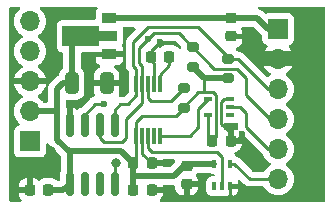
<source format=gbr>
%TF.GenerationSoftware,KiCad,Pcbnew,(7.0.0)*%
%TF.CreationDate,2023-08-01T12:49:58+01:00*%
%TF.ProjectId,TAStable,54415374-6162-46c6-952e-6b696361645f,rev?*%
%TF.SameCoordinates,Original*%
%TF.FileFunction,Copper,L1,Top*%
%TF.FilePolarity,Positive*%
%FSLAX46Y46*%
G04 Gerber Fmt 4.6, Leading zero omitted, Abs format (unit mm)*
G04 Created by KiCad (PCBNEW (7.0.0)) date 2023-08-01 12:49:58*
%MOMM*%
%LPD*%
G01*
G04 APERTURE LIST*
G04 Aperture macros list*
%AMRoundRect*
0 Rectangle with rounded corners*
0 $1 Rounding radius*
0 $2 $3 $4 $5 $6 $7 $8 $9 X,Y pos of 4 corners*
0 Add a 4 corners polygon primitive as box body*
4,1,4,$2,$3,$4,$5,$6,$7,$8,$9,$2,$3,0*
0 Add four circle primitives for the rounded corners*
1,1,$1+$1,$2,$3*
1,1,$1+$1,$4,$5*
1,1,$1+$1,$6,$7*
1,1,$1+$1,$8,$9*
0 Add four rect primitives between the rounded corners*
20,1,$1+$1,$2,$3,$4,$5,0*
20,1,$1+$1,$4,$5,$6,$7,0*
20,1,$1+$1,$6,$7,$8,$9,0*
20,1,$1+$1,$8,$9,$2,$3,0*%
%AMFreePoly0*
4,1,9,3.862500,-0.866500,0.737500,-0.866500,0.737500,-0.450000,-0.737500,-0.450000,-0.737500,0.450000,0.737500,0.450000,0.737500,0.866500,3.862500,0.866500,3.862500,-0.866500,3.862500,-0.866500,$1*%
G04 Aperture macros list end*
%TA.AperFunction,SMDPad,CuDef*%
%ADD10R,0.300000X1.400000*%
%TD*%
%TA.AperFunction,SMDPad,CuDef*%
%ADD11RoundRect,0.225000X-0.225000X-0.250000X0.225000X-0.250000X0.225000X0.250000X-0.225000X0.250000X0*%
%TD*%
%TA.AperFunction,ComponentPad*%
%ADD12R,1.700000X1.700000*%
%TD*%
%TA.AperFunction,ComponentPad*%
%ADD13O,1.700000X1.700000*%
%TD*%
%TA.AperFunction,SMDPad,CuDef*%
%ADD14RoundRect,0.200000X0.275000X-0.200000X0.275000X0.200000X-0.275000X0.200000X-0.275000X-0.200000X0*%
%TD*%
%TA.AperFunction,SMDPad,CuDef*%
%ADD15R,0.650000X0.400000*%
%TD*%
%TA.AperFunction,SMDPad,CuDef*%
%ADD16RoundRect,0.150000X0.150000X-0.825000X0.150000X0.825000X-0.150000X0.825000X-0.150000X-0.825000X0*%
%TD*%
%TA.AperFunction,SMDPad,CuDef*%
%ADD17RoundRect,0.225000X0.225000X0.250000X-0.225000X0.250000X-0.225000X-0.250000X0.225000X-0.250000X0*%
%TD*%
%TA.AperFunction,SMDPad,CuDef*%
%ADD18RoundRect,0.250000X-0.325000X-0.650000X0.325000X-0.650000X0.325000X0.650000X-0.325000X0.650000X0*%
%TD*%
%TA.AperFunction,SMDPad,CuDef*%
%ADD19R,0.400000X0.650000*%
%TD*%
%TA.AperFunction,SMDPad,CuDef*%
%ADD20R,1.300000X0.900000*%
%TD*%
%TA.AperFunction,SMDPad,CuDef*%
%ADD21FreePoly0,180.000000*%
%TD*%
%TA.AperFunction,SMDPad,CuDef*%
%ADD22RoundRect,0.225000X-0.250000X0.225000X-0.250000X-0.225000X0.250000X-0.225000X0.250000X0.225000X0*%
%TD*%
%TA.AperFunction,ViaPad*%
%ADD23C,0.600000*%
%TD*%
%TA.AperFunction,ViaPad*%
%ADD24C,0.800000*%
%TD*%
%TA.AperFunction,Conductor*%
%ADD25C,0.250000*%
%TD*%
%TA.AperFunction,Conductor*%
%ADD26C,0.500000*%
%TD*%
%TA.AperFunction,Conductor*%
%ADD27C,0.254000*%
%TD*%
%TA.AperFunction,Conductor*%
%ADD28C,0.508000*%
%TD*%
G04 APERTURE END LIST*
D10*
%TO.P,U2,1,VD*%
%TO.N,+3.3V*%
X129249999Y-102699999D03*
%TO.P,U2,2,GND*%
%TO.N,GND*%
X129749999Y-102699999D03*
%TO.P,U2,3,CLK_OUT*%
%TO.N,Net-(U2-CLK_OUT)*%
X130249999Y-102699999D03*
%TO.P,U2,4,AUX_OUT*%
%TO.N,unconnected-(U2-AUX_OUT-Pad4)*%
X130749999Y-102699999D03*
%TO.P,U2,5,CLK_IN*%
%TO.N,Net-(U2-CLK_IN)*%
X131249999Y-102699999D03*
%TO.P,U2,6,XTO*%
%TO.N,Net-(U2-XTO)*%
X131249999Y-98299999D03*
%TO.P,U2,7,XTI/REF_CLK*%
%TO.N,GND*%
X130749999Y-98299999D03*
%TO.P,U2,8,AD0/~{CS}*%
%TO.N,Net-(U2-AD0{slash}~{CS})*%
X130249999Y-98299999D03*
%TO.P,U2,9,SCL/CCLK*%
%TO.N,/I2C_SCL*%
X129749999Y-98299999D03*
%TO.P,U2,10,SDA/CDIN*%
%TO.N,/I2C_SDA*%
X129249999Y-98299999D03*
%TD*%
D11*
%TO.P,C4,1*%
%TO.N,+3.3V*%
X135675000Y-103100000D03*
%TO.P,C4,2*%
%TO.N,GND*%
X137225000Y-103100000D03*
%TD*%
D12*
%TO.P,J1,1,Pin_1*%
%TO.N,+5V*%
X141249999Y-93649999D03*
D13*
%TO.P,J1,2,Pin_2*%
%TO.N,GND*%
X141249999Y-96189999D03*
%TO.P,J1,3,Pin_3*%
%TO.N,/I2C_SDA*%
X141249999Y-98729999D03*
%TO.P,J1,4,Pin_4*%
%TO.N,/I2C_SCL*%
X141249999Y-101269999D03*
%TO.P,J1,5,Pin_5*%
%TO.N,/21MHz_IN*%
X141249999Y-103809999D03*
%TO.P,J1,6,Pin_6*%
%TO.N,Net-(J1-Pin_6)*%
X141249999Y-106349999D03*
%TD*%
D14*
%TO.P,R3,1*%
%TO.N,+3.3V*%
X133250000Y-100325000D03*
%TO.P,R3,2*%
%TO.N,Net-(U2-AD0{slash}~{CS})*%
X133250000Y-98675000D03*
%TD*%
D15*
%TO.P,U3,1*%
%TO.N,N/C*%
X137199999Y-100899999D03*
%TO.P,U3,2*%
%TO.N,/21MHz_IN*%
X137199999Y-100249999D03*
%TO.P,U3,3,GND*%
%TO.N,GND*%
X137199999Y-99599999D03*
%TO.P,U3,4*%
%TO.N,Net-(U2-CLK_IN)*%
X135299999Y-99599999D03*
%TO.P,U3,5,VCC*%
%TO.N,+3.3V*%
X135299999Y-100899999D03*
%TD*%
D16*
%TO.P,U4,1,VDD*%
%TO.N,+3.3V*%
X123595000Y-106725000D03*
%TO.P,U4,2,RA5*%
%TO.N,unconnected-(U4-RA5-Pad2)*%
X124865000Y-106725000D03*
%TO.P,U4,3,RA4*%
%TO.N,unconnected-(U4-RA4-Pad3)*%
X126135000Y-106725000D03*
%TO.P,U4,4,RA3*%
%TO.N,/MCLR*%
X127405000Y-106725000D03*
%TO.P,U4,5,RA2*%
%TO.N,/I2C_SDA*%
X127405000Y-101775000D03*
%TO.P,U4,6,RA1*%
%TO.N,/I2C_SCL*%
X126135000Y-101775000D03*
%TO.P,U4,7,RA0*%
%TO.N,/ICSPDAT*%
X124865000Y-101775000D03*
%TO.P,U4,8,VSS*%
%TO.N,GND*%
X123595000Y-101775000D03*
%TD*%
D17*
%TO.P,C8,1*%
%TO.N,+3.3V*%
X121775000Y-107250000D03*
%TO.P,C8,2*%
%TO.N,GND*%
X120225000Y-107250000D03*
%TD*%
D14*
%TO.P,R2,1*%
%TO.N,+3.3V*%
X134000000Y-96825000D03*
%TO.P,R2,2*%
%TO.N,/I2C_SCL*%
X134000000Y-95175000D03*
%TD*%
%TO.P,R1,1*%
%TO.N,+3.3V*%
X137000000Y-97825000D03*
%TO.P,R1,2*%
%TO.N,/I2C_SDA*%
X137000000Y-96175000D03*
%TD*%
D11*
%TO.P,C2,1*%
%TO.N,+3.3V*%
X128975000Y-105000000D03*
%TO.P,C2,2*%
%TO.N,GND*%
X130525000Y-105000000D03*
%TD*%
D18*
%TO.P,C6,1*%
%TO.N,+3.3V*%
X123775000Y-98250000D03*
%TO.P,C6,2*%
%TO.N,GND*%
X126725000Y-98250000D03*
%TD*%
D11*
%TO.P,C1,1*%
%TO.N,GND*%
X130475000Y-96000000D03*
%TO.P,C1,2*%
%TO.N,Net-(U2-XTO)*%
X132025000Y-96000000D03*
%TD*%
D19*
%TO.P,U1,1*%
%TO.N,N/C*%
X135849999Y-106949999D03*
%TO.P,U1,2*%
%TO.N,Net-(U2-CLK_OUT)*%
X136499999Y-106949999D03*
%TO.P,U1,3,GND*%
%TO.N,GND*%
X137149999Y-106949999D03*
%TO.P,U1,4*%
%TO.N,Net-(J1-Pin_6)*%
X137149999Y-105049999D03*
%TO.P,U1,5,VCC*%
%TO.N,+3.3V*%
X135849999Y-105049999D03*
%TD*%
D20*
%TO.P,U6,1,GND*%
%TO.N,GND*%
X126949999Y-95749999D03*
D21*
%TO.P,U6,2,VO*%
%TO.N,+3.3V*%
X126862500Y-94250000D03*
D20*
%TO.P,U6,3,VI*%
%TO.N,+5V*%
X126949999Y-92749999D03*
%TD*%
D22*
%TO.P,C5,1*%
%TO.N,+5V*%
X137250000Y-92725000D03*
%TO.P,C5,2*%
%TO.N,GND*%
X137250000Y-94275000D03*
%TD*%
D12*
%TO.P,J2,1,Pin_1*%
%TO.N,/MCLR*%
X120249999Y-103159999D03*
D13*
%TO.P,J2,2,Pin_2*%
%TO.N,+3.3V*%
X120249999Y-100619999D03*
%TO.P,J2,3,Pin_3*%
%TO.N,GND*%
X120249999Y-98079999D03*
%TO.P,J2,4,Pin_4*%
%TO.N,/ICSPDAT*%
X120249999Y-95539999D03*
%TO.P,J2,5,Pin_5*%
%TO.N,/I2C_SCL*%
X120249999Y-92999999D03*
%TD*%
D11*
%TO.P,C7,1*%
%TO.N,+3.3V*%
X128975000Y-107250000D03*
%TO.P,C7,2*%
%TO.N,GND*%
X130525000Y-107250000D03*
%TD*%
D22*
%TO.P,C3,1*%
%TO.N,+3.3V*%
X133500000Y-105225000D03*
%TO.P,C3,2*%
%TO.N,GND*%
X133500000Y-106775000D03*
%TD*%
D23*
%TO.N,GND*%
X131250000Y-94750000D03*
X132000000Y-105000000D03*
D24*
X128133942Y-98133544D03*
D23*
X138250000Y-107750000D03*
X128750000Y-93750000D03*
X132000000Y-107250000D03*
D24*
X125250000Y-96500000D03*
X122000000Y-104000000D03*
D23*
X122250000Y-92750000D03*
D24*
X120500000Y-105750000D03*
D23*
X138220911Y-102529089D03*
%TO.N,/I2C_SCL*%
X130250000Y-94500000D03*
D24*
%TO.N,/MCLR*%
X127500000Y-105000000D03*
D23*
%TO.N,/ICSPDAT*%
X126500000Y-100000000D03*
%TD*%
D25*
%TO.N,GND*%
X137150000Y-107650000D02*
X137250000Y-107750000D01*
X137150000Y-106950000D02*
X137150000Y-107650000D01*
D26*
%TO.N,+3.3V*%
X122380000Y-100620000D02*
X122500000Y-100500000D01*
X120250000Y-100620000D02*
X122380000Y-100620000D01*
X122500000Y-98750000D02*
X122500000Y-100500000D01*
X122500000Y-100500000D02*
X122500000Y-103000000D01*
X123000000Y-98250000D02*
X122500000Y-98750000D01*
X123775000Y-98250000D02*
X123000000Y-98250000D01*
X122500000Y-103000000D02*
X123595000Y-104095000D01*
D25*
%TO.N,/I2C_SCL*%
X138500000Y-99221250D02*
X140548750Y-101270000D01*
X135825000Y-97000000D02*
X137750000Y-97000000D01*
X140548750Y-101270000D02*
X141250000Y-101270000D01*
X132825000Y-94000000D02*
X135825000Y-97000000D01*
X138500000Y-97750000D02*
X138500000Y-99221250D01*
X130750000Y-94000000D02*
X132825000Y-94000000D01*
X130250000Y-94500000D02*
X130750000Y-94000000D01*
X137750000Y-97000000D02*
X138500000Y-97750000D01*
D27*
%TO.N,+3.3V*%
X134500000Y-99000000D02*
X133250000Y-100250000D01*
D26*
X128975000Y-106000000D02*
X129050000Y-106075000D01*
X134000000Y-96825000D02*
X135000000Y-97825000D01*
X124500000Y-94250000D02*
X123775000Y-94975000D01*
X126862500Y-94250000D02*
X124500000Y-94250000D01*
D27*
X135996000Y-99246000D02*
X135750000Y-99000000D01*
D25*
X132575000Y-101000000D02*
X129750000Y-101000000D01*
D26*
X128975000Y-105000000D02*
X128975000Y-105500000D01*
X133450000Y-105050000D02*
X135850000Y-105050000D01*
X123070000Y-107250000D02*
X123595000Y-106725000D01*
X123595000Y-104095000D02*
X123690000Y-104000000D01*
D25*
X129750000Y-101000000D02*
X129250000Y-101500000D01*
X129250000Y-101500000D02*
X129250000Y-105225000D01*
D26*
X121775000Y-107250000D02*
X123070000Y-107250000D01*
D27*
X135996000Y-102779000D02*
X135996000Y-99246000D01*
X135675000Y-103100000D02*
X135300000Y-102725000D01*
X135000000Y-99000000D02*
X135000000Y-97825000D01*
X133250000Y-100250000D02*
X133250000Y-100325000D01*
D26*
X123595000Y-104095000D02*
X123595000Y-104905000D01*
X132425000Y-106075000D02*
X133450000Y-105050000D01*
D27*
X135675000Y-103100000D02*
X135996000Y-102779000D01*
X135300000Y-102725000D02*
X135300000Y-100900000D01*
X135000000Y-99000000D02*
X134500000Y-99000000D01*
D25*
X133250000Y-100325000D02*
X132575000Y-101000000D01*
D26*
X128975000Y-107250000D02*
X128975000Y-106000000D01*
D25*
X129250000Y-105225000D02*
X128975000Y-105500000D01*
D26*
X128975000Y-106000000D02*
X128975000Y-105500000D01*
X135000000Y-97825000D02*
X137000000Y-97825000D01*
X123775000Y-94975000D02*
X123775000Y-98250000D01*
X129050000Y-106075000D02*
X132425000Y-106075000D01*
X127975000Y-104000000D02*
X128975000Y-105000000D01*
X123595000Y-106725000D02*
X123595000Y-104905000D01*
X123690000Y-104000000D02*
X127975000Y-104000000D01*
D27*
X135750000Y-99000000D02*
X135000000Y-99000000D01*
%TO.N,GND*%
X137650000Y-103100000D02*
X137225000Y-103100000D01*
X138220911Y-102529089D02*
X137650000Y-103100000D01*
D28*
X141277500Y-96190000D02*
X140967500Y-96500000D01*
X142717500Y-96500000D02*
X141717500Y-96500000D01*
D25*
X132000000Y-105000000D02*
X130525000Y-105000000D01*
D27*
X137225000Y-102475000D02*
X137225000Y-103100000D01*
D25*
X129750000Y-102700000D02*
X129750000Y-104225000D01*
D28*
X141342500Y-96190000D02*
X141342500Y-96125000D01*
D27*
X137200000Y-99600000D02*
X136671000Y-99600000D01*
X130750000Y-96525000D02*
X130750000Y-98300000D01*
X131250000Y-94750000D02*
X130475000Y-95525000D01*
D28*
X140967500Y-95750000D02*
X139967500Y-95750000D01*
D27*
X136450000Y-101700000D02*
X137225000Y-102475000D01*
D28*
X141342500Y-96125000D02*
X140967500Y-95750000D01*
X140967500Y-96500000D02*
X139967500Y-96500000D01*
D25*
X129750000Y-104225000D02*
X130525000Y-105000000D01*
D27*
X136671000Y-99600000D02*
X136450000Y-99821000D01*
D28*
X142717500Y-95750000D02*
X141717500Y-95750000D01*
D27*
X130475000Y-95525000D02*
X130475000Y-96250000D01*
D28*
X141342500Y-96190000D02*
X141277500Y-96190000D01*
D27*
X130475000Y-96250000D02*
X130750000Y-96525000D01*
X136450000Y-99821000D02*
X136450000Y-101700000D01*
%TO.N,Net-(U2-CLK_OUT)*%
X130250000Y-102700000D02*
X130250000Y-103704000D01*
X136050000Y-104050000D02*
X136500000Y-104500000D01*
X130596000Y-104050000D02*
X136050000Y-104050000D01*
X130250000Y-103704000D02*
X130596000Y-104050000D01*
X136500000Y-104500000D02*
X136500000Y-106950000D01*
%TO.N,Net-(U2-CLK_IN)*%
X134500000Y-100400000D02*
X134500000Y-101950000D01*
X133750000Y-102700000D02*
X131250000Y-102700000D01*
X134500000Y-101950000D02*
X133750000Y-102700000D01*
X135300000Y-99600000D02*
X134500000Y-100400000D01*
%TO.N,Net-(U2-XTO)*%
X132025000Y-96725000D02*
X131250000Y-97500000D01*
X131250000Y-97500000D02*
X131250000Y-98300000D01*
X132025000Y-96250000D02*
X132025000Y-96725000D01*
%TO.N,Net-(U2-AD0{slash}~{CS})*%
X130250000Y-99500000D02*
X130250000Y-98300000D01*
X130500000Y-99750000D02*
X130250000Y-99500000D01*
X132175000Y-99750000D02*
X130500000Y-99750000D01*
X133250000Y-98675000D02*
X132175000Y-99750000D01*
D25*
%TO.N,/I2C_SDA*%
X140005000Y-98350000D02*
X140375000Y-98720000D01*
D27*
X130250000Y-93500000D02*
X134500000Y-93500000D01*
X127405000Y-100470000D02*
X127875000Y-100000000D01*
X127405000Y-101775000D02*
X127405000Y-100470000D01*
X129000000Y-96750000D02*
X129000000Y-94750000D01*
X127875000Y-100000000D02*
X128500000Y-100000000D01*
X129250000Y-97000000D02*
X129000000Y-96750000D01*
X129000000Y-94750000D02*
X130250000Y-93500000D01*
X129250000Y-99250000D02*
X129250000Y-97000000D01*
X134500000Y-93500000D02*
X137250000Y-96250000D01*
X140375000Y-98730000D02*
X137820000Y-96175000D01*
X137820000Y-96175000D02*
X137000000Y-96175000D01*
X128500000Y-100000000D02*
X129250000Y-99250000D01*
%TO.N,/21MHz_IN*%
X137750000Y-100250000D02*
X137200000Y-100250000D01*
D25*
X138500000Y-101925000D02*
X138500000Y-100750000D01*
X138000000Y-100250000D02*
X137750000Y-100250000D01*
X138500000Y-100750000D02*
X138000000Y-100250000D01*
X140375000Y-103800000D02*
X138500000Y-101925000D01*
%TO.N,/I2C_SCL*%
X129750000Y-98300000D02*
X129750000Y-99875000D01*
X128000000Y-103250000D02*
X126500000Y-103250000D01*
X130250000Y-94500000D02*
X129500000Y-95250000D01*
X129500000Y-95250000D02*
X129500000Y-96500000D01*
X126135000Y-102885000D02*
X126135000Y-101775000D01*
X128396838Y-101228162D02*
X128396838Y-102853162D01*
X128396838Y-102853162D02*
X128000000Y-103250000D01*
X129500000Y-96500000D02*
X129750000Y-96750000D01*
X126500000Y-103250000D02*
X126135000Y-102885000D01*
X129750000Y-99875000D02*
X128396838Y-101228162D01*
X129750000Y-96750000D02*
X129750000Y-98300000D01*
D27*
%TO.N,Net-(J1-Pin_6)*%
X139890000Y-106340000D02*
X140375000Y-106340000D01*
D25*
X137150000Y-105050000D02*
X137550000Y-105050000D01*
X137550000Y-105050000D02*
X138850000Y-106350000D01*
X138850000Y-106350000D02*
X140375000Y-106350000D01*
D26*
%TO.N,+5V*%
X137225000Y-92750000D02*
X126950000Y-92750000D01*
X139460000Y-92725000D02*
X140375000Y-93640000D01*
X137250000Y-92725000D02*
X137225000Y-92750000D01*
X137250000Y-92725000D02*
X139460000Y-92725000D01*
D25*
%TO.N,/MCLR*%
X127405000Y-106725000D02*
X127405000Y-105095000D01*
X127405000Y-105095000D02*
X127500000Y-105000000D01*
D27*
%TO.N,/ICSPDAT*%
X124865000Y-100885000D02*
X124865000Y-101775000D01*
X125750000Y-100000000D02*
X124865000Y-100885000D01*
X126500000Y-100000000D02*
X125750000Y-100000000D01*
%TD*%
%TA.AperFunction,Conductor*%
%TO.N,GND*%
G36*
X145187500Y-91767113D02*
G01*
X145232887Y-91812500D01*
X145249500Y-91874500D01*
X145249500Y-108125500D01*
X145232887Y-108187500D01*
X145187500Y-108232887D01*
X145125500Y-108249500D01*
X131325167Y-108249500D01*
X131268872Y-108235985D01*
X131224849Y-108198385D01*
X131202694Y-108144898D01*
X131207236Y-108087182D01*
X131237486Y-108037819D01*
X131317462Y-107957842D01*
X131326367Y-107946580D01*
X131407753Y-107814633D01*
X131413819Y-107801625D01*
X131462727Y-107654030D01*
X131465543Y-107640874D01*
X131474680Y-107551444D01*
X131475000Y-107545168D01*
X131475000Y-107516326D01*
X131471549Y-107503450D01*
X131458674Y-107500000D01*
X130399000Y-107500000D01*
X130337000Y-107483387D01*
X130291613Y-107438000D01*
X130275000Y-107376000D01*
X130275000Y-107124000D01*
X130291613Y-107062000D01*
X130337000Y-107016613D01*
X130399000Y-107000000D01*
X131458673Y-107000000D01*
X131471548Y-106996549D01*
X131474999Y-106983674D01*
X131474999Y-106951686D01*
X131475963Y-106951686D01*
X131489466Y-106891167D01*
X131535081Y-106843177D01*
X131598888Y-106825500D01*
X132361293Y-106825500D01*
X132379264Y-106826809D01*
X132385111Y-106827665D01*
X132403023Y-106830289D01*
X132406317Y-106830000D01*
X132465066Y-106847275D01*
X132508981Y-106892484D01*
X132525000Y-106953442D01*
X132525000Y-107045164D01*
X132525321Y-107051447D01*
X132534455Y-107140867D01*
X132537274Y-107154036D01*
X132586180Y-107301625D01*
X132592246Y-107314633D01*
X132673632Y-107446580D01*
X132682537Y-107457842D01*
X132792157Y-107567462D01*
X132803419Y-107576367D01*
X132935366Y-107657753D01*
X132948374Y-107663819D01*
X133095969Y-107712727D01*
X133109125Y-107715543D01*
X133198555Y-107724680D01*
X133204832Y-107725000D01*
X133233674Y-107725000D01*
X133246549Y-107721549D01*
X133250000Y-107708674D01*
X133250000Y-107708673D01*
X133750000Y-107708673D01*
X133753450Y-107721548D01*
X133766326Y-107724999D01*
X133795165Y-107724999D01*
X133801447Y-107724678D01*
X133890867Y-107715544D01*
X133904036Y-107712725D01*
X134051625Y-107663819D01*
X134064633Y-107657753D01*
X134196580Y-107576367D01*
X134207842Y-107567462D01*
X134317462Y-107457842D01*
X134326367Y-107446580D01*
X134407753Y-107314633D01*
X134413819Y-107301625D01*
X134462727Y-107154030D01*
X134465543Y-107140874D01*
X134474680Y-107051444D01*
X134475000Y-107045168D01*
X134475000Y-107041326D01*
X134471549Y-107028450D01*
X134458674Y-107025000D01*
X133766326Y-107025000D01*
X133753450Y-107028450D01*
X133750000Y-107041326D01*
X133750000Y-107708673D01*
X133250000Y-107708673D01*
X133250000Y-106649000D01*
X133266613Y-106587000D01*
X133312000Y-106541613D01*
X133374000Y-106525000D01*
X134458673Y-106525000D01*
X134471548Y-106521549D01*
X134474999Y-106508674D01*
X134474999Y-106504835D01*
X134474678Y-106498552D01*
X134465544Y-106409132D01*
X134462725Y-106395963D01*
X134413819Y-106248374D01*
X134407753Y-106235366D01*
X134326367Y-106103419D01*
X134317462Y-106092157D01*
X134313339Y-106088034D01*
X134281244Y-106032442D01*
X134281247Y-105968251D01*
X134313346Y-105912665D01*
X134322968Y-105903044D01*
X134349886Y-105859402D01*
X134394993Y-105816223D01*
X134455425Y-105800500D01*
X135345147Y-105800500D01*
X135402930Y-105815248D01*
X135407669Y-105818796D01*
X135415975Y-105821893D01*
X135415977Y-105821895D01*
X135455809Y-105836751D01*
X135542517Y-105869091D01*
X135602127Y-105875500D01*
X135748500Y-105875499D01*
X135810500Y-105892112D01*
X135855887Y-105937499D01*
X135872500Y-105999499D01*
X135872500Y-106000500D01*
X135855887Y-106062500D01*
X135810500Y-106107887D01*
X135748501Y-106124500D01*
X135605439Y-106124500D01*
X135605420Y-106124500D01*
X135602128Y-106124501D01*
X135598850Y-106124853D01*
X135598838Y-106124854D01*
X135550231Y-106130079D01*
X135550225Y-106130080D01*
X135542517Y-106130909D01*
X135535252Y-106133618D01*
X135535246Y-106133620D01*
X135415980Y-106178104D01*
X135415978Y-106178104D01*
X135407669Y-106181204D01*
X135400572Y-106186516D01*
X135400568Y-106186519D01*
X135299550Y-106262141D01*
X135299546Y-106262144D01*
X135292454Y-106267454D01*
X135287144Y-106274546D01*
X135287141Y-106274550D01*
X135211519Y-106375568D01*
X135211516Y-106375572D01*
X135206204Y-106382669D01*
X135203104Y-106390978D01*
X135203104Y-106390980D01*
X135158620Y-106510247D01*
X135158619Y-106510250D01*
X135155909Y-106517517D01*
X135155079Y-106525227D01*
X135155079Y-106525232D01*
X135149855Y-106573819D01*
X135149854Y-106573831D01*
X135149500Y-106577127D01*
X135149500Y-106580448D01*
X135149500Y-106580449D01*
X135149500Y-107319560D01*
X135149500Y-107319578D01*
X135149501Y-107322872D01*
X135149853Y-107326150D01*
X135149854Y-107326161D01*
X135155079Y-107374768D01*
X135155080Y-107374773D01*
X135155909Y-107382483D01*
X135158619Y-107389749D01*
X135158620Y-107389753D01*
X135184016Y-107457842D01*
X135206204Y-107517331D01*
X135211518Y-107524430D01*
X135211519Y-107524431D01*
X135284269Y-107621613D01*
X135292454Y-107632546D01*
X135407669Y-107718796D01*
X135542517Y-107769091D01*
X135602127Y-107775500D01*
X136097872Y-107775499D01*
X136157483Y-107769091D01*
X136157655Y-107770698D01*
X136192344Y-107770697D01*
X136192517Y-107769091D01*
X136252127Y-107775500D01*
X136747872Y-107775499D01*
X136807483Y-107769091D01*
X136807628Y-107770440D01*
X136842425Y-107770440D01*
X136842624Y-107768598D01*
X136898885Y-107774646D01*
X136905482Y-107775000D01*
X136933674Y-107775000D01*
X136946550Y-107771549D01*
X136954183Y-107743063D01*
X136971267Y-107705653D01*
X136999647Y-107675889D01*
X137057546Y-107632546D01*
X137126733Y-107540123D01*
X137174489Y-107501640D01*
X137234846Y-107490751D01*
X137293040Y-107510120D01*
X137334832Y-107555008D01*
X137350000Y-107614435D01*
X137350000Y-107758674D01*
X137353450Y-107771549D01*
X137366326Y-107775000D01*
X137394518Y-107775000D01*
X137401114Y-107774646D01*
X137449667Y-107769426D01*
X137464641Y-107765888D01*
X137583777Y-107721452D01*
X137599189Y-107713037D01*
X137700092Y-107637501D01*
X137712501Y-107625092D01*
X137788037Y-107524189D01*
X137796452Y-107508777D01*
X137840888Y-107389641D01*
X137844426Y-107374667D01*
X137849646Y-107326114D01*
X137850000Y-107319518D01*
X137850000Y-107166326D01*
X137846549Y-107153450D01*
X137833674Y-107150000D01*
X137366323Y-107150000D01*
X137356588Y-107152608D01*
X137300305Y-107154449D01*
X137249011Y-107131206D01*
X137213286Y-107087675D01*
X137200499Y-107032834D01*
X137200499Y-106873998D01*
X137217112Y-106812000D01*
X137262499Y-106766613D01*
X137324499Y-106750000D01*
X137833674Y-106750000D01*
X137846549Y-106746549D01*
X137850000Y-106733674D01*
X137850000Y-106580482D01*
X137849646Y-106573874D01*
X137846305Y-106542804D01*
X137854696Y-106482914D01*
X137890416Y-106434116D01*
X137944968Y-106408016D01*
X138005377Y-106410821D01*
X138057275Y-106441865D01*
X138352707Y-106737297D01*
X138360156Y-106745483D01*
X138364214Y-106751877D01*
X138369899Y-106757215D01*
X138369901Y-106757218D01*
X138413239Y-106797915D01*
X138416035Y-106800625D01*
X138435530Y-106820120D01*
X138438615Y-106822513D01*
X138438701Y-106822580D01*
X138447573Y-106830158D01*
X138479418Y-106860062D01*
X138486248Y-106863817D01*
X138486251Y-106863819D01*
X138496971Y-106869712D01*
X138513222Y-106880386D01*
X138529064Y-106892674D01*
X138536221Y-106895771D01*
X138536223Y-106895772D01*
X138569155Y-106910022D01*
X138579650Y-106915164D01*
X138617908Y-106936197D01*
X138637312Y-106941179D01*
X138655714Y-106947480D01*
X138665363Y-106951655D01*
X138674105Y-106955438D01*
X138711697Y-106961391D01*
X138717239Y-106962269D01*
X138728682Y-106964639D01*
X138763425Y-106973560D01*
X138763426Y-106973560D01*
X138770981Y-106975500D01*
X138791017Y-106975500D01*
X138810402Y-106977025D01*
X138830196Y-106980160D01*
X138868276Y-106976560D01*
X138873676Y-106976050D01*
X138885345Y-106975500D01*
X139974772Y-106975500D01*
X140032029Y-106989511D01*
X140076347Y-107028376D01*
X140208399Y-107216966D01*
X140208402Y-107216970D01*
X140211505Y-107221401D01*
X140378599Y-107388495D01*
X140572170Y-107524035D01*
X140786337Y-107623903D01*
X140791567Y-107625304D01*
X140791569Y-107625305D01*
X140833619Y-107636572D01*
X141014592Y-107685063D01*
X141250000Y-107705659D01*
X141485408Y-107685063D01*
X141713663Y-107623903D01*
X141927830Y-107524035D01*
X142121401Y-107388495D01*
X142288495Y-107221401D01*
X142424035Y-107027830D01*
X142523903Y-106813663D01*
X142585063Y-106585408D01*
X142605659Y-106350000D01*
X142585063Y-106114592D01*
X142523903Y-105886337D01*
X142424035Y-105672171D01*
X142288495Y-105478599D01*
X142121401Y-105311505D01*
X142116968Y-105308401D01*
X142116961Y-105308395D01*
X141935842Y-105181575D01*
X141896976Y-105137257D01*
X141882965Y-105080000D01*
X141896976Y-105022743D01*
X141935842Y-104978425D01*
X142116961Y-104851604D01*
X142116961Y-104851603D01*
X142121401Y-104848495D01*
X142288495Y-104681401D01*
X142424035Y-104487830D01*
X142523903Y-104273663D01*
X142585063Y-104045408D01*
X142605659Y-103810000D01*
X142585063Y-103574592D01*
X142523903Y-103346337D01*
X142424035Y-103132171D01*
X142288495Y-102938599D01*
X142121401Y-102771505D01*
X142116968Y-102768401D01*
X142116961Y-102768395D01*
X141935842Y-102641575D01*
X141896976Y-102597257D01*
X141882965Y-102540000D01*
X141896976Y-102482743D01*
X141935842Y-102438425D01*
X142116961Y-102311604D01*
X142116961Y-102311603D01*
X142121401Y-102308495D01*
X142288495Y-102141401D01*
X142424035Y-101947830D01*
X142523903Y-101733663D01*
X142585063Y-101505408D01*
X142605659Y-101270000D01*
X142585063Y-101034592D01*
X142534914Y-100847431D01*
X142525305Y-100811569D01*
X142525304Y-100811567D01*
X142523903Y-100806337D01*
X142424035Y-100592171D01*
X142288495Y-100398599D01*
X142121401Y-100231505D01*
X142116968Y-100228401D01*
X142116961Y-100228395D01*
X141935842Y-100101575D01*
X141896976Y-100057257D01*
X141882965Y-100000000D01*
X141896976Y-99942743D01*
X141935842Y-99898425D01*
X142116961Y-99771604D01*
X142116961Y-99771603D01*
X142121401Y-99768495D01*
X142288495Y-99601401D01*
X142424035Y-99407830D01*
X142523903Y-99193663D01*
X142585063Y-98965408D01*
X142605659Y-98730000D01*
X142585063Y-98494592D01*
X142523903Y-98266337D01*
X142424035Y-98052171D01*
X142288495Y-97858599D01*
X142121401Y-97691505D01*
X142116968Y-97688401D01*
X142116966Y-97688399D01*
X141935405Y-97561269D01*
X141896540Y-97516951D01*
X141882529Y-97459694D01*
X141896540Y-97402437D01*
X141935406Y-97358119D01*
X142116638Y-97231219D01*
X142124909Y-97224278D01*
X142284278Y-97064909D01*
X142291215Y-97056643D01*
X142420498Y-96872008D01*
X142425886Y-96862676D01*
X142521143Y-96658397D01*
X142524831Y-96648263D01*
X142576943Y-96453780D01*
X142577311Y-96442551D01*
X142566369Y-96440000D01*
X139933631Y-96440000D01*
X139922688Y-96442551D01*
X139923056Y-96453780D01*
X139975168Y-96648263D01*
X139978856Y-96658397D01*
X140074113Y-96862676D01*
X140079501Y-96872008D01*
X140208784Y-97056643D01*
X140215721Y-97064909D01*
X140375090Y-97224278D01*
X140383356Y-97231215D01*
X140564595Y-97358120D01*
X140603460Y-97402438D01*
X140617471Y-97459695D01*
X140603460Y-97516952D01*
X140564594Y-97561270D01*
X140383031Y-97688401D01*
X140383026Y-97688405D01*
X140381118Y-97689740D01*
X140381116Y-97689742D01*
X140378599Y-97691505D01*
X140378314Y-97691098D01*
X140327235Y-97715824D01*
X140266600Y-97713175D01*
X140214485Y-97682066D01*
X138318893Y-95786474D01*
X138311406Y-95778245D01*
X138307340Y-95771838D01*
X138258152Y-95725647D01*
X138255355Y-95722936D01*
X138238558Y-95706139D01*
X138235796Y-95703377D01*
X138232714Y-95700987D01*
X138232710Y-95700983D01*
X138232604Y-95700901D01*
X138223716Y-95693310D01*
X138197452Y-95668646D01*
X138197453Y-95668646D01*
X138191767Y-95663307D01*
X138184932Y-95659549D01*
X138184930Y-95659548D01*
X138174119Y-95653604D01*
X138157860Y-95642923D01*
X138148130Y-95635376D01*
X138148127Y-95635374D01*
X138141962Y-95630592D01*
X138134804Y-95627494D01*
X138134800Y-95627492D01*
X138101736Y-95613184D01*
X138091247Y-95608045D01*
X138059672Y-95590686D01*
X138059663Y-95590682D01*
X138052834Y-95586928D01*
X138033337Y-95581921D01*
X138014931Y-95575620D01*
X138003616Y-95570723D01*
X138003612Y-95570721D01*
X137996458Y-95567626D01*
X137988753Y-95566405D01*
X137988751Y-95566405D01*
X137953172Y-95560770D01*
X137941734Y-95558402D01*
X137906829Y-95549440D01*
X137906827Y-95549439D01*
X137899272Y-95547500D01*
X137891468Y-95547500D01*
X137889519Y-95547500D01*
X137886128Y-95546825D01*
X137883733Y-95546523D01*
X137883754Y-95546353D01*
X137842066Y-95538061D01*
X137801838Y-95511181D01*
X137715488Y-95424831D01*
X137710185Y-95419528D01*
X137703772Y-95415651D01*
X137703768Y-95415648D01*
X137699585Y-95413120D01*
X137652493Y-95361784D01*
X137640512Y-95293158D01*
X137667424Y-95228903D01*
X137724734Y-95189298D01*
X137801626Y-95163819D01*
X137814633Y-95157753D01*
X137946580Y-95076367D01*
X137957842Y-95067462D01*
X138067462Y-94957842D01*
X138076367Y-94946580D01*
X138157753Y-94814633D01*
X138163819Y-94801625D01*
X138212727Y-94654030D01*
X138215543Y-94640874D01*
X138224680Y-94551444D01*
X138225000Y-94545168D01*
X138225000Y-94541326D01*
X138221549Y-94528450D01*
X138208674Y-94525000D01*
X137124000Y-94525000D01*
X137062000Y-94508387D01*
X137016613Y-94463000D01*
X137000000Y-94401000D01*
X137000000Y-94149000D01*
X137016613Y-94087000D01*
X137062000Y-94041613D01*
X137124000Y-94025000D01*
X138208673Y-94025000D01*
X138221548Y-94021549D01*
X138224999Y-94008674D01*
X138224999Y-94004835D01*
X138224678Y-93998552D01*
X138215544Y-93909132D01*
X138212725Y-93895963D01*
X138163819Y-93748374D01*
X138157755Y-93735370D01*
X138114102Y-93664598D01*
X138095670Y-93602206D01*
X138111362Y-93539069D01*
X138156861Y-93492567D01*
X138219640Y-93475500D01*
X139097770Y-93475500D01*
X139145223Y-93484939D01*
X139185451Y-93511819D01*
X139863181Y-94189548D01*
X139890061Y-94229776D01*
X139899500Y-94277229D01*
X139899500Y-94544560D01*
X139899500Y-94544578D01*
X139899501Y-94547872D01*
X139899853Y-94551150D01*
X139899854Y-94551161D01*
X139905079Y-94599768D01*
X139905080Y-94599773D01*
X139905909Y-94607483D01*
X139908619Y-94614749D01*
X139908620Y-94614753D01*
X139932678Y-94679255D01*
X139956204Y-94742331D01*
X139961518Y-94749430D01*
X139961519Y-94749431D01*
X140000591Y-94801625D01*
X140042454Y-94857546D01*
X140157669Y-94943796D01*
X140289598Y-94993002D01*
X140339977Y-95027981D01*
X140367431Y-95082825D01*
X140365242Y-95144118D01*
X140333947Y-95196865D01*
X140215714Y-95315098D01*
X140208784Y-95323357D01*
X140079508Y-95507982D01*
X140074110Y-95517332D01*
X139978856Y-95721602D01*
X139975168Y-95731736D01*
X139923056Y-95926219D01*
X139922688Y-95937448D01*
X139933631Y-95940000D01*
X142566369Y-95940000D01*
X142577311Y-95937448D01*
X142576943Y-95926219D01*
X142524831Y-95731736D01*
X142521143Y-95721602D01*
X142425889Y-95517332D01*
X142420491Y-95507982D01*
X142291215Y-95323357D01*
X142284280Y-95315092D01*
X142166053Y-95196865D01*
X142134757Y-95144119D01*
X142132568Y-95082825D01*
X142160022Y-95027981D01*
X142210398Y-94993003D01*
X142342331Y-94943796D01*
X142457546Y-94857546D01*
X142543796Y-94742331D01*
X142594091Y-94607483D01*
X142600500Y-94547873D01*
X142600499Y-92752128D01*
X142594091Y-92692517D01*
X142543796Y-92557669D01*
X142457546Y-92442454D01*
X142342331Y-92356204D01*
X142251084Y-92322171D01*
X142214752Y-92308620D01*
X142214750Y-92308619D01*
X142207483Y-92305909D01*
X142199770Y-92305079D01*
X142199767Y-92305079D01*
X142151180Y-92299855D01*
X142151169Y-92299854D01*
X142147873Y-92299500D01*
X142144550Y-92299500D01*
X140355439Y-92299500D01*
X140355420Y-92299500D01*
X140352128Y-92299501D01*
X140348850Y-92299853D01*
X140348838Y-92299854D01*
X140300231Y-92305079D01*
X140300225Y-92305080D01*
X140292517Y-92305909D01*
X140285250Y-92308619D01*
X140285243Y-92308621D01*
X140228620Y-92329740D01*
X140158929Y-92334724D01*
X140097606Y-92301239D01*
X140035725Y-92239357D01*
X140023944Y-92225723D01*
X140013925Y-92212265D01*
X140013921Y-92212261D01*
X140009610Y-92206470D01*
X139971667Y-92174631D01*
X139963691Y-92167323D01*
X139962329Y-92165961D01*
X139959777Y-92163409D01*
X139956953Y-92161176D01*
X139956944Y-92161168D01*
X139935445Y-92144170D01*
X139932674Y-92141913D01*
X139875214Y-92093698D01*
X139868760Y-92090456D01*
X139865859Y-92088548D01*
X139865588Y-92088352D01*
X139865292Y-92088187D01*
X139862339Y-92086366D01*
X139856677Y-92081889D01*
X139850134Y-92078838D01*
X139850131Y-92078836D01*
X139788692Y-92050186D01*
X139785446Y-92048615D01*
X139724884Y-92018200D01*
X139724885Y-92018200D01*
X139718433Y-92014960D01*
X139711409Y-92013295D01*
X139708151Y-92012109D01*
X139707832Y-92011977D01*
X139707504Y-92011884D01*
X139704218Y-92010794D01*
X139697673Y-92007743D01*
X139690606Y-92006283D01*
X139690601Y-92006282D01*
X139640503Y-91995938D01*
X139586334Y-91969874D01*
X139550789Y-91921396D01*
X139542221Y-91861897D01*
X139562644Y-91805359D01*
X139607258Y-91765071D01*
X139665579Y-91750500D01*
X145125500Y-91750500D01*
X145187500Y-91767113D01*
G37*
%TD.AperFunction*%
%TA.AperFunction,Conductor*%
G36*
X119346537Y-91764015D02*
G01*
X119390560Y-91801615D01*
X119412715Y-91855102D01*
X119408173Y-91912818D01*
X119377923Y-91962181D01*
X119215334Y-92124769D01*
X119215328Y-92124775D01*
X119211505Y-92128599D01*
X119208402Y-92133029D01*
X119208399Y-92133034D01*
X119079073Y-92317731D01*
X119079068Y-92317738D01*
X119075965Y-92322171D01*
X119073677Y-92327077D01*
X119073675Y-92327081D01*
X118978386Y-92531427D01*
X118978383Y-92531432D01*
X118976097Y-92536337D01*
X118974698Y-92541557D01*
X118974694Y-92541569D01*
X118916337Y-92759365D01*
X118916335Y-92759371D01*
X118914937Y-92764592D01*
X118914465Y-92769977D01*
X118914465Y-92769982D01*
X118904981Y-92878382D01*
X118894341Y-93000000D01*
X118914937Y-93235408D01*
X118916336Y-93240630D01*
X118916337Y-93240634D01*
X118974694Y-93458430D01*
X118974697Y-93458438D01*
X118976097Y-93463663D01*
X118978385Y-93468570D01*
X118978386Y-93468572D01*
X119073678Y-93672927D01*
X119073681Y-93672933D01*
X119075965Y-93677830D01*
X119079064Y-93682257D01*
X119079066Y-93682259D01*
X119208399Y-93866966D01*
X119208402Y-93866970D01*
X119211505Y-93871401D01*
X119378599Y-94038495D01*
X119383032Y-94041599D01*
X119383038Y-94041604D01*
X119564158Y-94168425D01*
X119603024Y-94212743D01*
X119617035Y-94270000D01*
X119603024Y-94327257D01*
X119564160Y-94371574D01*
X119378599Y-94501505D01*
X119374775Y-94505328D01*
X119374769Y-94505334D01*
X119215334Y-94664769D01*
X119215328Y-94664775D01*
X119211505Y-94668599D01*
X119208402Y-94673029D01*
X119208399Y-94673034D01*
X119079073Y-94857731D01*
X119079068Y-94857738D01*
X119075965Y-94862171D01*
X119073677Y-94867077D01*
X119073675Y-94867081D01*
X118978386Y-95071427D01*
X118978383Y-95071432D01*
X118976097Y-95076337D01*
X118974698Y-95081557D01*
X118974694Y-95081569D01*
X118916337Y-95299365D01*
X118916335Y-95299371D01*
X118914937Y-95304592D01*
X118914465Y-95309977D01*
X118914465Y-95309982D01*
X118897841Y-95500000D01*
X118894341Y-95540000D01*
X118900744Y-95613184D01*
X118914157Y-95766499D01*
X118914937Y-95775408D01*
X118916336Y-95780630D01*
X118916337Y-95780634D01*
X118974694Y-95998430D01*
X118974697Y-95998438D01*
X118976097Y-96003663D01*
X118978385Y-96008570D01*
X118978386Y-96008572D01*
X119073678Y-96212927D01*
X119073681Y-96212933D01*
X119075965Y-96217830D01*
X119079064Y-96222257D01*
X119079066Y-96222259D01*
X119208399Y-96406966D01*
X119208402Y-96406970D01*
X119211505Y-96411401D01*
X119378599Y-96578495D01*
X119383031Y-96581598D01*
X119383033Y-96581600D01*
X119564595Y-96708731D01*
X119603460Y-96753049D01*
X119617471Y-96810306D01*
X119603460Y-96867563D01*
X119564595Y-96911881D01*
X119383352Y-97038788D01*
X119375092Y-97045719D01*
X119215719Y-97205092D01*
X119208784Y-97213357D01*
X119079508Y-97397982D01*
X119074110Y-97407332D01*
X118978856Y-97611602D01*
X118975168Y-97621736D01*
X118923056Y-97816219D01*
X118922688Y-97827448D01*
X118933631Y-97830000D01*
X121566369Y-97830000D01*
X121577311Y-97827448D01*
X121576943Y-97816219D01*
X121524831Y-97621736D01*
X121521143Y-97611602D01*
X121425889Y-97407332D01*
X121420491Y-97397982D01*
X121291215Y-97213357D01*
X121284280Y-97205092D01*
X121124909Y-97045721D01*
X121116643Y-97038784D01*
X120935405Y-96911880D01*
X120896540Y-96867562D01*
X120882529Y-96810305D01*
X120896540Y-96753048D01*
X120935406Y-96708730D01*
X120943527Y-96703044D01*
X121121401Y-96578495D01*
X121288495Y-96411401D01*
X121424035Y-96217830D01*
X121523903Y-96003663D01*
X121585063Y-95775408D01*
X121605659Y-95540000D01*
X121585063Y-95304592D01*
X121527027Y-95087997D01*
X121525305Y-95081569D01*
X121525304Y-95081567D01*
X121523903Y-95076337D01*
X121424035Y-94862171D01*
X121288495Y-94668599D01*
X121121401Y-94501505D01*
X121116970Y-94498402D01*
X121116966Y-94498399D01*
X120935841Y-94371574D01*
X120896976Y-94327256D01*
X120882965Y-94269999D01*
X120896976Y-94212742D01*
X120935839Y-94168426D01*
X121121401Y-94038495D01*
X121288495Y-93871401D01*
X121424035Y-93677830D01*
X121523903Y-93463663D01*
X121585063Y-93235408D01*
X121605659Y-93000000D01*
X121585063Y-92764592D01*
X121523903Y-92536337D01*
X121424035Y-92322171D01*
X121288495Y-92128599D01*
X121122077Y-91962181D01*
X121091827Y-91912818D01*
X121087285Y-91855102D01*
X121109440Y-91801615D01*
X121153463Y-91764015D01*
X121209758Y-91750500D01*
X125838428Y-91750500D01*
X125903595Y-91769005D01*
X125949312Y-91818996D01*
X125961934Y-91885553D01*
X125937695Y-91948811D01*
X125861519Y-92050568D01*
X125861516Y-92050572D01*
X125856204Y-92057669D01*
X125853104Y-92065978D01*
X125853104Y-92065980D01*
X125808620Y-92185247D01*
X125808619Y-92185250D01*
X125805909Y-92192517D01*
X125805079Y-92200227D01*
X125805079Y-92200232D01*
X125799855Y-92248819D01*
X125799854Y-92248831D01*
X125799500Y-92252127D01*
X125799500Y-92557669D01*
X125799501Y-92753853D01*
X125782888Y-92815853D01*
X125737501Y-92861240D01*
X125675501Y-92877853D01*
X123000000Y-92877853D01*
X122995983Y-92878381D01*
X122995980Y-92878382D01*
X122877189Y-92894021D01*
X122877182Y-92894022D01*
X122869129Y-92895083D01*
X122861619Y-92898193D01*
X122861618Y-92898194D01*
X122754686Y-92942486D01*
X122754681Y-92942488D01*
X122747177Y-92945597D01*
X122740732Y-92950541D01*
X122740729Y-92950544D01*
X122648896Y-93021010D01*
X122648892Y-93021013D01*
X122642454Y-93025954D01*
X122637513Y-93032392D01*
X122637510Y-93032396D01*
X122567044Y-93124229D01*
X122567041Y-93124232D01*
X122562097Y-93130677D01*
X122558988Y-93138181D01*
X122558986Y-93138186D01*
X122520949Y-93230017D01*
X122511583Y-93252629D01*
X122510522Y-93260682D01*
X122510521Y-93260689D01*
X122494882Y-93379480D01*
X122494353Y-93383500D01*
X122494353Y-95116500D01*
X122494881Y-95120517D01*
X122494882Y-95120519D01*
X122509151Y-95228903D01*
X122511583Y-95247371D01*
X122514694Y-95254882D01*
X122514695Y-95254885D01*
X122542329Y-95321599D01*
X122562097Y-95369324D01*
X122567043Y-95375770D01*
X122567045Y-95375773D01*
X122637507Y-95467600D01*
X122637510Y-95467603D01*
X122642454Y-95474046D01*
X122747177Y-95554403D01*
X122869129Y-95604917D01*
X122914292Y-95610863D01*
X122916685Y-95611178D01*
X122971623Y-95632542D01*
X123010489Y-95676860D01*
X123024500Y-95734117D01*
X123024500Y-96914201D01*
X123012108Y-96968235D01*
X122981022Y-97006966D01*
X122981344Y-97007288D01*
X122978409Y-97010222D01*
X122978404Y-97010227D01*
X122976237Y-97012394D01*
X122976233Y-97012398D01*
X122862393Y-97126238D01*
X122862389Y-97126242D01*
X122857288Y-97131344D01*
X122853503Y-97137480D01*
X122853497Y-97137488D01*
X122768977Y-97274519D01*
X122765186Y-97280666D01*
X122762915Y-97287517D01*
X122762914Y-97287521D01*
X122723213Y-97407332D01*
X122710001Y-97447203D01*
X122709312Y-97453938D01*
X122709313Y-97453938D01*
X122705557Y-97490701D01*
X122688208Y-97542425D01*
X122650338Y-97581698D01*
X122598222Y-97615975D01*
X122595182Y-97617911D01*
X122537492Y-97653495D01*
X122537483Y-97653501D01*
X122531345Y-97657288D01*
X122526243Y-97662389D01*
X122523504Y-97664555D01*
X122523235Y-97664749D01*
X122522994Y-97664970D01*
X122520326Y-97667208D01*
X122514304Y-97671170D01*
X122509361Y-97676408D01*
X122509354Y-97676415D01*
X122462816Y-97725742D01*
X122460304Y-97728327D01*
X122014358Y-98174272D01*
X122000730Y-98186050D01*
X121987263Y-98196076D01*
X121987257Y-98196081D01*
X121981470Y-98200390D01*
X121976832Y-98205916D01*
X121976830Y-98205919D01*
X121949633Y-98238330D01*
X121942350Y-98246280D01*
X121940969Y-98247661D01*
X121940955Y-98247676D01*
X121938409Y-98250223D01*
X121936173Y-98253050D01*
X121936171Y-98253053D01*
X121919176Y-98274546D01*
X121916902Y-98277337D01*
X121873339Y-98329254D01*
X121873335Y-98329258D01*
X121868698Y-98334786D01*
X121865460Y-98341230D01*
X121863537Y-98344155D01*
X121863352Y-98344411D01*
X121863192Y-98344698D01*
X121861363Y-98347663D01*
X121856889Y-98353323D01*
X121853839Y-98359862D01*
X121853838Y-98359865D01*
X121825192Y-98421294D01*
X121823622Y-98424536D01*
X121793135Y-98485243D01*
X121753940Y-98530822D01*
X121752036Y-98531562D01*
X121760957Y-98547012D01*
X121762158Y-98608862D01*
X121751164Y-98655250D01*
X121751162Y-98655265D01*
X121749500Y-98662279D01*
X121749500Y-98669490D01*
X121749097Y-98672939D01*
X121749043Y-98673273D01*
X121749028Y-98673626D01*
X121748726Y-98677070D01*
X121747266Y-98684144D01*
X121747476Y-98691360D01*
X121747476Y-98691361D01*
X121749448Y-98759130D01*
X121749500Y-98762737D01*
X121749500Y-99745500D01*
X121732887Y-99807500D01*
X121687500Y-99852887D01*
X121625500Y-99869500D01*
X121437700Y-99869500D01*
X121380443Y-99855489D01*
X121336125Y-99816623D01*
X121329737Y-99807500D01*
X121299743Y-99764663D01*
X121291600Y-99753033D01*
X121291598Y-99753030D01*
X121288495Y-99748599D01*
X121121401Y-99581505D01*
X121116970Y-99578402D01*
X121116966Y-99578399D01*
X120935405Y-99451269D01*
X120896540Y-99406951D01*
X120882529Y-99349694D01*
X120896540Y-99292437D01*
X120935406Y-99248119D01*
X121116638Y-99121219D01*
X121124909Y-99114278D01*
X121284278Y-98954909D01*
X121291215Y-98946643D01*
X121420498Y-98762008D01*
X121425886Y-98752676D01*
X121521141Y-98548401D01*
X121524976Y-98537864D01*
X121559964Y-98486846D01*
X121573106Y-98480245D01*
X121561529Y-98457605D01*
X121562549Y-98397500D01*
X121576943Y-98343779D01*
X121577311Y-98332551D01*
X121566369Y-98330000D01*
X118933631Y-98330000D01*
X118922688Y-98332551D01*
X118923056Y-98343780D01*
X118975168Y-98538263D01*
X118978856Y-98548397D01*
X119074113Y-98752676D01*
X119079501Y-98762008D01*
X119208784Y-98946643D01*
X119215721Y-98954909D01*
X119375090Y-99114278D01*
X119383356Y-99121215D01*
X119564595Y-99248120D01*
X119603460Y-99292438D01*
X119617471Y-99349695D01*
X119603460Y-99406952D01*
X119564594Y-99451270D01*
X119383034Y-99578399D01*
X119383029Y-99578402D01*
X119378599Y-99581505D01*
X119374775Y-99585328D01*
X119374769Y-99585334D01*
X119215334Y-99744769D01*
X119215328Y-99744775D01*
X119211505Y-99748599D01*
X119208402Y-99753029D01*
X119208399Y-99753034D01*
X119079073Y-99937731D01*
X119079068Y-99937738D01*
X119075965Y-99942171D01*
X119073677Y-99947077D01*
X119073675Y-99947081D01*
X118978386Y-100151427D01*
X118978383Y-100151432D01*
X118976097Y-100156337D01*
X118974698Y-100161557D01*
X118974694Y-100161569D01*
X118916337Y-100379365D01*
X118916335Y-100379371D01*
X118914937Y-100384592D01*
X118914465Y-100389977D01*
X118914465Y-100389982D01*
X118899078Y-100565855D01*
X118894341Y-100620000D01*
X118894813Y-100625395D01*
X118910643Y-100806337D01*
X118914937Y-100855408D01*
X118916336Y-100860630D01*
X118916337Y-100860634D01*
X118974694Y-101078430D01*
X118974697Y-101078438D01*
X118976097Y-101083663D01*
X118978385Y-101088570D01*
X118978386Y-101088572D01*
X119073678Y-101292927D01*
X119073681Y-101292933D01*
X119075965Y-101297830D01*
X119079064Y-101302257D01*
X119079066Y-101302259D01*
X119208399Y-101486966D01*
X119208402Y-101486970D01*
X119211505Y-101491401D01*
X119215336Y-101495232D01*
X119333430Y-101613326D01*
X119364726Y-101666072D01*
X119366915Y-101727365D01*
X119339462Y-101782210D01*
X119289083Y-101817189D01*
X119208554Y-101847225D01*
X119157669Y-101866204D01*
X119150572Y-101871516D01*
X119150568Y-101871519D01*
X119049550Y-101947141D01*
X119049546Y-101947144D01*
X119042454Y-101952454D01*
X119037144Y-101959546D01*
X119037141Y-101959550D01*
X118961519Y-102060568D01*
X118961516Y-102060572D01*
X118956204Y-102067669D01*
X118953104Y-102075978D01*
X118953104Y-102075980D01*
X118908620Y-102195247D01*
X118908619Y-102195250D01*
X118905909Y-102202517D01*
X118905079Y-102210227D01*
X118905079Y-102210232D01*
X118899855Y-102258819D01*
X118899854Y-102258831D01*
X118899500Y-102262127D01*
X118899500Y-102265448D01*
X118899500Y-102265449D01*
X118899500Y-104054560D01*
X118899500Y-104054578D01*
X118899501Y-104057872D01*
X118899853Y-104061150D01*
X118899854Y-104061161D01*
X118905079Y-104109768D01*
X118905080Y-104109773D01*
X118905909Y-104117483D01*
X118908619Y-104124749D01*
X118908620Y-104124753D01*
X118913143Y-104136879D01*
X118956204Y-104252331D01*
X118961518Y-104259430D01*
X118961519Y-104259431D01*
X119002276Y-104313876D01*
X119042454Y-104367546D01*
X119157669Y-104453796D01*
X119292517Y-104504091D01*
X119352127Y-104510500D01*
X121147872Y-104510499D01*
X121207483Y-104504091D01*
X121342331Y-104453796D01*
X121457546Y-104367546D01*
X121543796Y-104252331D01*
X121594091Y-104117483D01*
X121600500Y-104057873D01*
X121600499Y-103412326D01*
X121616398Y-103351583D01*
X121660017Y-103306414D01*
X121720172Y-103288405D01*
X121781436Y-103302174D01*
X121828100Y-103344191D01*
X121865979Y-103401784D01*
X121867900Y-103404799D01*
X121907288Y-103468656D01*
X121912392Y-103473760D01*
X121914542Y-103476479D01*
X121914739Y-103476752D01*
X121914973Y-103477007D01*
X121917202Y-103479663D01*
X121921170Y-103485696D01*
X121926423Y-103490652D01*
X121926424Y-103490653D01*
X121975708Y-103537150D01*
X121978295Y-103539663D01*
X122808181Y-104369549D01*
X122835061Y-104409777D01*
X122844500Y-104457230D01*
X122844500Y-105617674D01*
X122839576Y-105652269D01*
X122799170Y-105791342D01*
X122799168Y-105791351D01*
X122797402Y-105797431D01*
X122796905Y-105803739D01*
X122796904Y-105803748D01*
X122794691Y-105831871D01*
X122794690Y-105831886D01*
X122794500Y-105834306D01*
X122794500Y-105836751D01*
X122794500Y-106375500D01*
X122777887Y-106437500D01*
X122732500Y-106482887D01*
X122670500Y-106499500D01*
X122576874Y-106499500D01*
X122529421Y-106490061D01*
X122489193Y-106463181D01*
X122458154Y-106432142D01*
X122458153Y-106432141D01*
X122453044Y-106427032D01*
X122446894Y-106423238D01*
X122446892Y-106423237D01*
X122314845Y-106341789D01*
X122314843Y-106341788D01*
X122308697Y-106337997D01*
X122301842Y-106335725D01*
X122301841Y-106335725D01*
X122154136Y-106286781D01*
X122154135Y-106286780D01*
X122147708Y-106284651D01*
X122140975Y-106283963D01*
X122140970Y-106283962D01*
X122051476Y-106274819D01*
X122051459Y-106274818D01*
X122048345Y-106274500D01*
X122045196Y-106274500D01*
X121504805Y-106274500D01*
X121504785Y-106274500D01*
X121501656Y-106274501D01*
X121498524Y-106274820D01*
X121498522Y-106274821D01*
X121409027Y-106283962D01*
X121409017Y-106283963D01*
X121402292Y-106284651D01*
X121395870Y-106286778D01*
X121395865Y-106286780D01*
X121248158Y-106335725D01*
X121248154Y-106335726D01*
X121241303Y-106337997D01*
X121235159Y-106341786D01*
X121235154Y-106341789D01*
X121103104Y-106423239D01*
X121103099Y-106423242D01*
X121096956Y-106427032D01*
X121091855Y-106432132D01*
X121091841Y-106432144D01*
X121087317Y-106436668D01*
X121031730Y-106468755D01*
X120967547Y-106468752D01*
X120911964Y-106436659D01*
X120907842Y-106432537D01*
X120896580Y-106423632D01*
X120764633Y-106342246D01*
X120751625Y-106336180D01*
X120604030Y-106287272D01*
X120590874Y-106284456D01*
X120501444Y-106275319D01*
X120495168Y-106275000D01*
X120491326Y-106275000D01*
X120478450Y-106278450D01*
X120475000Y-106291326D01*
X120475000Y-107376000D01*
X120458387Y-107438000D01*
X120413000Y-107483387D01*
X120351000Y-107500000D01*
X119291327Y-107500000D01*
X119278451Y-107503450D01*
X119275001Y-107516326D01*
X119275001Y-107545165D01*
X119275321Y-107551447D01*
X119284455Y-107640867D01*
X119287274Y-107654036D01*
X119336180Y-107801625D01*
X119342246Y-107814633D01*
X119423632Y-107946580D01*
X119432537Y-107957842D01*
X119512514Y-108037819D01*
X119542764Y-108087182D01*
X119547306Y-108144898D01*
X119525151Y-108198385D01*
X119481128Y-108235985D01*
X119424833Y-108249500D01*
X118624500Y-108249500D01*
X118562500Y-108232887D01*
X118517113Y-108187500D01*
X118500500Y-108125500D01*
X118500500Y-106983674D01*
X119275000Y-106983674D01*
X119278450Y-106996549D01*
X119291326Y-107000000D01*
X119958674Y-107000000D01*
X119971549Y-106996549D01*
X119975000Y-106983674D01*
X119975000Y-106291327D01*
X119971549Y-106278451D01*
X119958674Y-106275001D01*
X119954835Y-106275001D01*
X119948552Y-106275321D01*
X119859132Y-106284455D01*
X119845963Y-106287274D01*
X119698374Y-106336180D01*
X119685366Y-106342246D01*
X119553419Y-106423632D01*
X119542157Y-106432537D01*
X119432537Y-106542157D01*
X119423632Y-106553419D01*
X119342246Y-106685366D01*
X119336180Y-106698374D01*
X119287272Y-106845969D01*
X119284456Y-106859125D01*
X119275319Y-106948555D01*
X119275000Y-106954832D01*
X119275000Y-106983674D01*
X118500500Y-106983674D01*
X118500500Y-91874500D01*
X118517113Y-91812500D01*
X118562500Y-91767113D01*
X118624500Y-91750500D01*
X119290242Y-91750500D01*
X119346537Y-91764015D01*
G37*
%TD.AperFunction*%
%TA.AperFunction,Conductor*%
G36*
X137821220Y-101580562D02*
G01*
X137860376Y-101624943D01*
X137874500Y-101682418D01*
X137874500Y-101847225D01*
X137873978Y-101858280D01*
X137872327Y-101865667D01*
X137872571Y-101873453D01*
X137872571Y-101873461D01*
X137874439Y-101932873D01*
X137874500Y-101936768D01*
X137874500Y-101964350D01*
X137874988Y-101968219D01*
X137874989Y-101968225D01*
X137875004Y-101968343D01*
X137875918Y-101979966D01*
X137877045Y-102015830D01*
X137877046Y-102015837D01*
X137877291Y-102023627D01*
X137879466Y-102031116D01*
X137880606Y-102038306D01*
X137874407Y-102100792D01*
X137838391Y-102152229D01*
X137781794Y-102179428D01*
X137719130Y-102175412D01*
X137604030Y-102137272D01*
X137590874Y-102134456D01*
X137501444Y-102125319D01*
X137495168Y-102125000D01*
X137491326Y-102125000D01*
X137478450Y-102128450D01*
X137475000Y-102141326D01*
X137475000Y-102833674D01*
X137478450Y-102846549D01*
X137491326Y-102850000D01*
X138158673Y-102850000D01*
X138171548Y-102846549D01*
X138174999Y-102833674D01*
X138174999Y-102804835D01*
X138174679Y-102798555D01*
X138174343Y-102795270D01*
X138182996Y-102735544D01*
X138218818Y-102686976D01*
X138273325Y-102661071D01*
X138333605Y-102663964D01*
X138385380Y-102694971D01*
X139020089Y-103329680D01*
X139960529Y-104270120D01*
X139963609Y-104272509D01*
X139964472Y-104273270D01*
X139994848Y-104313876D01*
X140073678Y-104482927D01*
X140073681Y-104482933D01*
X140075965Y-104487830D01*
X140079064Y-104492257D01*
X140079066Y-104492259D01*
X140208399Y-104676966D01*
X140208402Y-104676970D01*
X140211505Y-104681401D01*
X140378599Y-104848495D01*
X140383032Y-104851599D01*
X140383038Y-104851604D01*
X140564158Y-104978425D01*
X140603024Y-105022743D01*
X140617035Y-105080000D01*
X140603024Y-105137257D01*
X140564159Y-105181575D01*
X140383041Y-105308395D01*
X140378599Y-105311505D01*
X140374775Y-105315328D01*
X140374769Y-105315334D01*
X140215334Y-105474769D01*
X140215328Y-105474775D01*
X140211505Y-105478599D01*
X140208402Y-105483029D01*
X140208399Y-105483034D01*
X140084751Y-105659623D01*
X140040433Y-105698489D01*
X139983176Y-105712500D01*
X139850524Y-105712500D01*
X139846663Y-105712987D01*
X139846659Y-105712988D01*
X139763278Y-105723522D01*
X139747736Y-105724500D01*
X139160452Y-105724500D01*
X139112999Y-105715061D01*
X139072771Y-105688181D01*
X138572846Y-105188256D01*
X138047286Y-104662695D01*
X138039842Y-104654514D01*
X138035786Y-104648123D01*
X137986775Y-104602098D01*
X137983978Y-104599387D01*
X137967227Y-104582636D01*
X137964471Y-104579880D01*
X137961290Y-104577412D01*
X137952414Y-104569830D01*
X137926269Y-104545278D01*
X137926267Y-104545276D01*
X137920582Y-104539938D01*
X137913749Y-104536182D01*
X137913743Y-104536177D01*
X137903025Y-104530285D01*
X137886766Y-104519606D01*
X137877095Y-104512104D01*
X137877092Y-104512102D01*
X137870936Y-104507327D01*
X137863779Y-104504229D01*
X137863776Y-104504228D01*
X137830849Y-104489978D01*
X137820361Y-104484840D01*
X137801456Y-104474447D01*
X137761926Y-104440096D01*
X137712858Y-104374550D01*
X137707546Y-104367454D01*
X137592741Y-104281511D01*
X137592739Y-104281509D01*
X137592331Y-104281204D01*
X137592358Y-104281167D01*
X137554136Y-104246825D01*
X137533264Y-104193714D01*
X137538388Y-104136879D01*
X137568423Y-104088358D01*
X137617008Y-104058426D01*
X137751625Y-104013819D01*
X137764633Y-104007753D01*
X137896580Y-103926367D01*
X137907842Y-103917462D01*
X138017462Y-103807842D01*
X138026367Y-103796580D01*
X138107753Y-103664633D01*
X138113819Y-103651625D01*
X138162727Y-103504030D01*
X138165543Y-103490874D01*
X138174680Y-103401444D01*
X138175000Y-103395168D01*
X138175000Y-103366326D01*
X138171549Y-103353450D01*
X138158674Y-103350000D01*
X137099000Y-103350000D01*
X137037000Y-103333387D01*
X136991613Y-103288000D01*
X136975000Y-103226000D01*
X136975000Y-102141327D01*
X136971549Y-102128451D01*
X136958674Y-102125001D01*
X136954835Y-102125001D01*
X136948552Y-102125321D01*
X136859132Y-102134455D01*
X136845966Y-102137274D01*
X136786504Y-102156978D01*
X136728637Y-102161829D01*
X136674907Y-102139802D01*
X136637097Y-102095727D01*
X136623500Y-102039272D01*
X136623500Y-101715782D01*
X136635884Y-101661766D01*
X136670561Y-101618538D01*
X136720606Y-101594734D01*
X136767413Y-101595049D01*
X136767517Y-101594091D01*
X136827127Y-101600500D01*
X137572872Y-101600499D01*
X137632483Y-101594091D01*
X137684615Y-101574647D01*
X137707167Y-101566236D01*
X137765954Y-101559385D01*
X137821220Y-101580562D01*
G37*
%TD.AperFunction*%
%TA.AperFunction,Conductor*%
G36*
X132477306Y-104691097D02*
G01*
X132521380Y-104728906D01*
X132543408Y-104782636D01*
X132538557Y-104840502D01*
X132536782Y-104845856D01*
X132536778Y-104845870D01*
X132534651Y-104852292D01*
X132533963Y-104859025D01*
X132533961Y-104859035D01*
X132533251Y-104865985D01*
X132521891Y-104906599D01*
X132497575Y-104941056D01*
X132150451Y-105288181D01*
X132110223Y-105315061D01*
X132062770Y-105324500D01*
X131585736Y-105324500D01*
X131533330Y-105312882D01*
X131490745Y-105280204D01*
X131481534Y-105262509D01*
X131472813Y-105253788D01*
X131458674Y-105250000D01*
X130399000Y-105250000D01*
X130337000Y-105233387D01*
X130291613Y-105188000D01*
X130275000Y-105126000D01*
X130275000Y-104874000D01*
X130291613Y-104812000D01*
X130337000Y-104766613D01*
X130399000Y-104750000D01*
X131458673Y-104750000D01*
X131472812Y-104746211D01*
X131482586Y-104736437D01*
X131490207Y-104721797D01*
X131532793Y-104689119D01*
X131585199Y-104677500D01*
X132420851Y-104677500D01*
X132477306Y-104691097D01*
G37*
%TD.AperFunction*%
%TA.AperFunction,Conductor*%
G36*
X129119014Y-93514015D02*
G01*
X129163037Y-93551615D01*
X129185192Y-93605102D01*
X129180650Y-93662818D01*
X129150400Y-93712181D01*
X128611479Y-94251100D01*
X128603243Y-94258594D01*
X128596838Y-94262660D01*
X128591505Y-94268337D01*
X128591501Y-94268342D01*
X128550645Y-94311848D01*
X128547941Y-94314639D01*
X128528377Y-94334204D01*
X128526003Y-94337264D01*
X128525984Y-94337286D01*
X128525879Y-94337423D01*
X128518317Y-94346273D01*
X128493647Y-94372544D01*
X128493639Y-94372554D01*
X128488307Y-94378233D01*
X128484555Y-94385056D01*
X128484548Y-94385067D01*
X128478606Y-94395877D01*
X128467928Y-94412133D01*
X128460373Y-94421873D01*
X128460369Y-94421878D01*
X128455592Y-94428038D01*
X128452498Y-94435187D01*
X128452496Y-94435191D01*
X128438185Y-94468263D01*
X128433047Y-94478750D01*
X128418432Y-94505336D01*
X128411928Y-94517166D01*
X128409991Y-94524709D01*
X128409986Y-94524722D01*
X128406919Y-94536670D01*
X128400620Y-94555067D01*
X128392626Y-94573542D01*
X128391406Y-94581242D01*
X128391405Y-94581247D01*
X128385769Y-94616831D01*
X128383401Y-94628266D01*
X128374438Y-94663174D01*
X128374436Y-94663185D01*
X128372500Y-94670728D01*
X128372500Y-94678524D01*
X128372500Y-94690859D01*
X128370972Y-94710257D01*
X128367825Y-94730133D01*
X128368559Y-94737898D01*
X128368559Y-94737900D01*
X128371950Y-94773769D01*
X128372500Y-94785439D01*
X128372500Y-96671955D01*
X128371976Y-96683066D01*
X128370320Y-96690477D01*
X128370565Y-96698274D01*
X128370565Y-96698275D01*
X128372439Y-96757919D01*
X128372500Y-96761813D01*
X128372500Y-96789476D01*
X128372988Y-96793343D01*
X128372989Y-96793354D01*
X128373007Y-96793494D01*
X128373921Y-96805117D01*
X128375053Y-96841144D01*
X128375054Y-96841150D01*
X128375299Y-96848943D01*
X128377474Y-96856432D01*
X128377475Y-96856433D01*
X128380917Y-96868280D01*
X128384860Y-96887324D01*
X128386404Y-96899548D01*
X128386407Y-96899559D01*
X128387384Y-96907293D01*
X128390253Y-96914541D01*
X128390256Y-96914550D01*
X128403519Y-96948050D01*
X128407302Y-96959097D01*
X128419532Y-97001191D01*
X128423502Y-97007903D01*
X128423503Y-97007906D01*
X128429776Y-97018513D01*
X128438336Y-97035985D01*
X128445747Y-97054703D01*
X128450332Y-97061014D01*
X128450334Y-97061017D01*
X128471512Y-97090167D01*
X128477924Y-97099928D01*
X128496264Y-97130939D01*
X128496266Y-97130942D01*
X128500237Y-97137656D01*
X128505755Y-97143174D01*
X128514471Y-97151890D01*
X128527103Y-97166679D01*
X128538937Y-97182967D01*
X128544947Y-97187938D01*
X128544949Y-97187941D01*
X128572705Y-97210902D01*
X128581346Y-97218765D01*
X128586181Y-97223600D01*
X128613061Y-97263828D01*
X128622500Y-97311281D01*
X128622500Y-97425662D01*
X128614682Y-97468994D01*
X128608621Y-97485244D01*
X128608619Y-97485248D01*
X128605909Y-97492517D01*
X128605079Y-97500227D01*
X128605079Y-97500232D01*
X128599855Y-97548819D01*
X128599854Y-97548831D01*
X128599500Y-97552127D01*
X128599500Y-97555449D01*
X128599500Y-98961718D01*
X128590061Y-99009171D01*
X128563181Y-99049399D01*
X128276400Y-99336181D01*
X128236172Y-99363061D01*
X128188719Y-99372500D01*
X127953040Y-99372500D01*
X127941928Y-99371975D01*
X127934523Y-99370320D01*
X127926736Y-99370564D01*
X127926729Y-99370564D01*
X127867095Y-99372439D01*
X127863200Y-99372500D01*
X127855254Y-99372500D01*
X127798799Y-99358903D01*
X127754724Y-99321093D01*
X127732697Y-99267363D01*
X127737548Y-99209496D01*
X127787375Y-99059125D01*
X127790194Y-99045958D01*
X127799680Y-98953109D01*
X127800000Y-98946832D01*
X127800000Y-98516326D01*
X127796549Y-98503450D01*
X127783674Y-98500000D01*
X125666327Y-98500000D01*
X125653451Y-98503450D01*
X125650001Y-98516326D01*
X125650001Y-98946829D01*
X125650321Y-98953111D01*
X125659805Y-99045959D01*
X125662623Y-99059122D01*
X125715642Y-99219122D01*
X125714176Y-99219607D01*
X125723362Y-99260548D01*
X125712286Y-99312420D01*
X125680548Y-99354918D01*
X125633955Y-99380266D01*
X125631714Y-99380917D01*
X125612669Y-99384862D01*
X125600447Y-99386406D01*
X125600445Y-99386406D01*
X125592707Y-99387384D01*
X125585459Y-99390253D01*
X125585449Y-99390256D01*
X125551950Y-99403519D01*
X125540906Y-99407300D01*
X125506301Y-99417354D01*
X125506292Y-99417357D01*
X125498809Y-99419532D01*
X125481477Y-99429781D01*
X125464012Y-99438337D01*
X125452552Y-99442874D01*
X125452548Y-99442875D01*
X125445297Y-99445747D01*
X125438993Y-99450326D01*
X125438982Y-99450333D01*
X125409827Y-99471516D01*
X125400070Y-99477925D01*
X125362344Y-99500237D01*
X125356828Y-99505751D01*
X125356821Y-99505758D01*
X125348104Y-99514475D01*
X125333322Y-99527100D01*
X125323348Y-99534347D01*
X125323340Y-99534354D01*
X125317033Y-99538937D01*
X125312066Y-99544939D01*
X125312055Y-99544951D01*
X125289089Y-99572712D01*
X125281229Y-99581350D01*
X124561293Y-100301286D01*
X124508209Y-100332681D01*
X124462090Y-100346080D01*
X124462086Y-100346081D01*
X124454602Y-100348256D01*
X124447891Y-100352224D01*
X124447888Y-100352226D01*
X124319849Y-100427948D01*
X124319847Y-100427949D01*
X124313135Y-100431919D01*
X124307622Y-100437431D01*
X124305585Y-100439012D01*
X124256635Y-100462044D01*
X124202536Y-100462043D01*
X124153586Y-100439008D01*
X124139839Y-100428345D01*
X124011912Y-100352689D01*
X123997705Y-100346541D01*
X123855776Y-100305307D01*
X123848706Y-100306713D01*
X123845000Y-100319856D01*
X123845000Y-101901000D01*
X123828387Y-101963000D01*
X123783000Y-102008387D01*
X123721000Y-102025000D01*
X123469000Y-102025000D01*
X123407000Y-102008387D01*
X123361613Y-101963000D01*
X123345000Y-101901000D01*
X123345000Y-100319856D01*
X123340875Y-100305232D01*
X123338756Y-100303272D01*
X123299011Y-100285263D01*
X123263287Y-100241732D01*
X123250500Y-100186889D01*
X123250500Y-99772541D01*
X123269279Y-99706932D01*
X123319927Y-99661196D01*
X123387103Y-99649183D01*
X123399991Y-99650500D01*
X124150008Y-99650499D01*
X124252797Y-99639999D01*
X124419334Y-99584814D01*
X124568656Y-99492712D01*
X124692712Y-99368656D01*
X124784814Y-99219334D01*
X124839999Y-99052797D01*
X124850500Y-98950009D01*
X124850499Y-97983674D01*
X125650000Y-97983674D01*
X125653450Y-97996549D01*
X125666326Y-98000000D01*
X127783673Y-98000000D01*
X127796548Y-97996549D01*
X127799999Y-97983674D01*
X127799999Y-97553171D01*
X127799678Y-97546888D01*
X127790194Y-97454040D01*
X127787376Y-97440877D01*
X127736629Y-97287732D01*
X127730567Y-97274733D01*
X127646109Y-97137805D01*
X127637205Y-97126544D01*
X127523455Y-97012794D01*
X127512194Y-97003890D01*
X127391653Y-96929539D01*
X127347949Y-96883485D01*
X127332769Y-96821836D01*
X127350091Y-96760755D01*
X127395376Y-96716254D01*
X127456750Y-96700000D01*
X127644518Y-96700000D01*
X127651114Y-96699646D01*
X127699667Y-96694426D01*
X127714641Y-96690888D01*
X127833777Y-96646452D01*
X127849189Y-96638037D01*
X127950092Y-96562501D01*
X127962501Y-96550092D01*
X128038037Y-96449189D01*
X128046452Y-96433777D01*
X128090888Y-96314641D01*
X128094426Y-96299667D01*
X128099646Y-96251114D01*
X128100000Y-96244518D01*
X128100000Y-96016326D01*
X128096549Y-96003450D01*
X128083674Y-96000000D01*
X125816326Y-96000000D01*
X125803450Y-96003450D01*
X125800000Y-96016326D01*
X125800000Y-96244518D01*
X125800353Y-96251114D01*
X125805573Y-96299667D01*
X125809111Y-96314641D01*
X125853547Y-96433777D01*
X125861962Y-96449189D01*
X125937498Y-96550092D01*
X125949907Y-96562501D01*
X126050810Y-96638037D01*
X126066222Y-96646452D01*
X126125272Y-96668477D01*
X126175091Y-96702813D01*
X126202731Y-96756636D01*
X126201612Y-96817131D01*
X126172000Y-96869894D01*
X126120945Y-96902364D01*
X126087736Y-96913368D01*
X126074733Y-96919432D01*
X125937805Y-97003890D01*
X125926544Y-97012794D01*
X125812794Y-97126544D01*
X125803890Y-97137805D01*
X125719432Y-97274733D01*
X125713370Y-97287732D01*
X125662624Y-97440874D01*
X125659805Y-97454041D01*
X125650319Y-97546890D01*
X125650000Y-97553168D01*
X125650000Y-97983674D01*
X124850499Y-97983674D01*
X124850499Y-97549992D01*
X124839999Y-97447203D01*
X124784814Y-97280666D01*
X124714510Y-97166684D01*
X124696502Y-97137488D01*
X124696500Y-97137485D01*
X124692712Y-97131344D01*
X124568656Y-97007288D01*
X124568977Y-97006966D01*
X124537892Y-96968235D01*
X124525500Y-96914201D01*
X124525500Y-95746147D01*
X124542113Y-95684147D01*
X124587500Y-95638760D01*
X124649500Y-95622147D01*
X126120947Y-95622147D01*
X126125000Y-95622147D01*
X126255871Y-95604917D01*
X126377824Y-95554403D01*
X126384271Y-95549455D01*
X126384276Y-95549453D01*
X126415329Y-95525625D01*
X126450957Y-95506581D01*
X126490816Y-95500000D01*
X128083674Y-95500000D01*
X128096549Y-95496549D01*
X128100000Y-95483674D01*
X128100000Y-95255482D01*
X128099646Y-95248885D01*
X128094426Y-95200332D01*
X128090888Y-95185358D01*
X128046452Y-95066221D01*
X128043253Y-95060362D01*
X128028093Y-94999410D01*
X128040595Y-94953939D01*
X128037903Y-94952824D01*
X128057967Y-94904385D01*
X128088417Y-94830871D01*
X128105647Y-94700000D01*
X128105647Y-93800000D01*
X128088417Y-93669129D01*
X128085307Y-93661622D01*
X128083960Y-93656592D01*
X128082118Y-93600308D01*
X128105360Y-93549013D01*
X128148891Y-93513288D01*
X128203735Y-93500500D01*
X129062719Y-93500500D01*
X129119014Y-93514015D01*
G37*
%TD.AperFunction*%
%TA.AperFunction,Conductor*%
G36*
X132562001Y-94634939D02*
G01*
X132602229Y-94661819D01*
X132988181Y-95047771D01*
X133015061Y-95087999D01*
X133024500Y-95135452D01*
X133024500Y-95199126D01*
X133010985Y-95255421D01*
X132973385Y-95299444D01*
X132919898Y-95321599D01*
X132862182Y-95317057D01*
X132812819Y-95286807D01*
X132708154Y-95182142D01*
X132708153Y-95182141D01*
X132703044Y-95177032D01*
X132696894Y-95173238D01*
X132696892Y-95173237D01*
X132564845Y-95091789D01*
X132564843Y-95091788D01*
X132558697Y-95087997D01*
X132551842Y-95085725D01*
X132551841Y-95085725D01*
X132404136Y-95036781D01*
X132404135Y-95036780D01*
X132397708Y-95034651D01*
X132390975Y-95033963D01*
X132390970Y-95033962D01*
X132301476Y-95024819D01*
X132301459Y-95024818D01*
X132298345Y-95024500D01*
X132295196Y-95024500D01*
X131754805Y-95024500D01*
X131754785Y-95024500D01*
X131751656Y-95024501D01*
X131748524Y-95024820D01*
X131748522Y-95024821D01*
X131659027Y-95033962D01*
X131659017Y-95033963D01*
X131652292Y-95034651D01*
X131645870Y-95036778D01*
X131645865Y-95036780D01*
X131498158Y-95085725D01*
X131498154Y-95085726D01*
X131491303Y-95087997D01*
X131485159Y-95091786D01*
X131485154Y-95091789D01*
X131353104Y-95173239D01*
X131353099Y-95173242D01*
X131346956Y-95177032D01*
X131341855Y-95182132D01*
X131341841Y-95182144D01*
X131337317Y-95186668D01*
X131281730Y-95218755D01*
X131217547Y-95218752D01*
X131161964Y-95186659D01*
X131157842Y-95182537D01*
X131146580Y-95173632D01*
X131014633Y-95092246D01*
X130995082Y-95083129D01*
X130995990Y-95081180D01*
X130959729Y-95059125D01*
X130929613Y-95012283D01*
X130923033Y-94956986D01*
X130941316Y-94904385D01*
X130975789Y-94849522D01*
X131025118Y-94708545D01*
X131051263Y-94665159D01*
X131092574Y-94635846D01*
X131142161Y-94625500D01*
X132514548Y-94625500D01*
X132562001Y-94634939D01*
G37*
%TD.AperFunction*%
%TD*%
M02*

</source>
